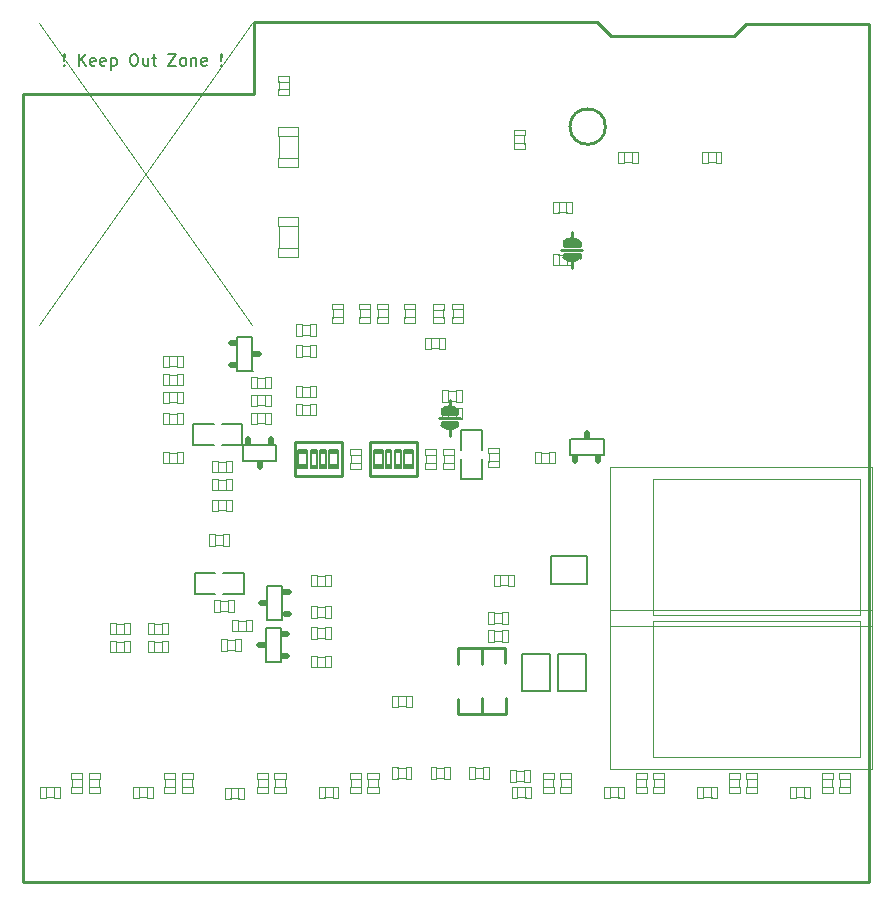
<source format=gbr>
%TF.GenerationSoftware,KiCad,Pcbnew,(6.0.8)*%
%TF.CreationDate,2023-02-19T19:21:06+03:00*%
%TF.ProjectId,ESP32-GATEWAY_Rev_G,45535033-322d-4474-9154-455741595f52,0*%
%TF.SameCoordinates,PX4260300PY8558f68*%
%TF.FileFunction,OtherDrawing,Comment*%
%FSLAX46Y46*%
G04 Gerber Fmt 4.6, Leading zero omitted, Abs format (unit mm)*
G04 Created by KiCad (PCBNEW (6.0.8)) date 2023-02-19 19:21:06*
%MOMM*%
%LPD*%
G01*
G04 APERTURE LIST*
%TA.AperFunction,Profile*%
%ADD10C,0.254000*%
%TD*%
%ADD11C,0.150000*%
%ADD12C,0.066040*%
%ADD13C,0.101600*%
%ADD14C,0.127000*%
%ADD15C,0.254000*%
%ADD16C,0.120000*%
%ADD17C,0.480000*%
%ADD18C,0.100000*%
G04 APERTURE END LIST*
D10*
X48650000Y72773492D02*
X49770000Y71659000D01*
X48650000Y72773492D02*
X19554000Y72769000D01*
X-4000Y66673000D02*
X0Y0D01*
X61200000Y72675000D02*
X71675000Y72675000D01*
X19554000Y66673000D02*
X19554000Y72769000D01*
X60184000Y71659000D02*
X61200000Y72675000D01*
X49770000Y71659000D02*
X60184000Y71659000D01*
X71675000Y72675000D02*
X71675000Y0D01*
X-4000Y66673000D02*
X19554000Y66673000D01*
X0Y0D02*
X71675000Y0D01*
D11*
X3507142Y69194858D02*
X3554761Y69147239D01*
X3507142Y69099620D01*
X3459523Y69147239D01*
X3507142Y69194858D01*
X3507142Y69099620D01*
X3507142Y69480572D02*
X3459523Y70052000D01*
X3507142Y70099620D01*
X3554761Y70052000D01*
X3507142Y69480572D01*
X3507142Y70099620D01*
X4745238Y69099620D02*
X4745238Y70099620D01*
X5316666Y69099620D02*
X4888095Y69671048D01*
X5316666Y70099620D02*
X4745238Y69528191D01*
X6126190Y69147239D02*
X6030952Y69099620D01*
X5840476Y69099620D01*
X5745238Y69147239D01*
X5697619Y69242477D01*
X5697619Y69623429D01*
X5745238Y69718667D01*
X5840476Y69766286D01*
X6030952Y69766286D01*
X6126190Y69718667D01*
X6173809Y69623429D01*
X6173809Y69528191D01*
X5697619Y69432953D01*
X6983333Y69147239D02*
X6888095Y69099620D01*
X6697619Y69099620D01*
X6602380Y69147239D01*
X6554761Y69242477D01*
X6554761Y69623429D01*
X6602380Y69718667D01*
X6697619Y69766286D01*
X6888095Y69766286D01*
X6983333Y69718667D01*
X7030952Y69623429D01*
X7030952Y69528191D01*
X6554761Y69432953D01*
X7459523Y69766286D02*
X7459523Y68766286D01*
X7459523Y69718667D02*
X7554761Y69766286D01*
X7745238Y69766286D01*
X7840476Y69718667D01*
X7888095Y69671048D01*
X7935714Y69575810D01*
X7935714Y69290096D01*
X7888095Y69194858D01*
X7840476Y69147239D01*
X7745238Y69099620D01*
X7554761Y69099620D01*
X7459523Y69147239D01*
X9316666Y70099620D02*
X9507142Y70099620D01*
X9602380Y70052000D01*
X9697619Y69956762D01*
X9745238Y69766286D01*
X9745238Y69432953D01*
X9697619Y69242477D01*
X9602380Y69147239D01*
X9507142Y69099620D01*
X9316666Y69099620D01*
X9221428Y69147239D01*
X9126190Y69242477D01*
X9078571Y69432953D01*
X9078571Y69766286D01*
X9126190Y69956762D01*
X9221428Y70052000D01*
X9316666Y70099620D01*
X10602380Y69766286D02*
X10602380Y69099620D01*
X10173809Y69766286D02*
X10173809Y69242477D01*
X10221428Y69147239D01*
X10316666Y69099620D01*
X10459523Y69099620D01*
X10554761Y69147239D01*
X10602380Y69194858D01*
X10935714Y69766286D02*
X11316666Y69766286D01*
X11078571Y70099620D02*
X11078571Y69242477D01*
X11126190Y69147239D01*
X11221428Y69099620D01*
X11316666Y69099620D01*
X12316666Y70099620D02*
X12983333Y70099620D01*
X12316666Y69099620D01*
X12983333Y69099620D01*
X13507142Y69099620D02*
X13411904Y69147239D01*
X13364285Y69194858D01*
X13316666Y69290096D01*
X13316666Y69575810D01*
X13364285Y69671048D01*
X13411904Y69718667D01*
X13507142Y69766286D01*
X13650000Y69766286D01*
X13745238Y69718667D01*
X13792857Y69671048D01*
X13840476Y69575810D01*
X13840476Y69290096D01*
X13792857Y69194858D01*
X13745238Y69147239D01*
X13650000Y69099620D01*
X13507142Y69099620D01*
X14269047Y69766286D02*
X14269047Y69099620D01*
X14269047Y69671048D02*
X14316666Y69718667D01*
X14411904Y69766286D01*
X14554761Y69766286D01*
X14650000Y69718667D01*
X14697619Y69623429D01*
X14697619Y69099620D01*
X15554761Y69147239D02*
X15459523Y69099620D01*
X15269047Y69099620D01*
X15173809Y69147239D01*
X15126190Y69242477D01*
X15126190Y69623429D01*
X15173809Y69718667D01*
X15269047Y69766286D01*
X15459523Y69766286D01*
X15554761Y69718667D01*
X15602380Y69623429D01*
X15602380Y69528191D01*
X15126190Y69432953D01*
X16792857Y69194858D02*
X16840476Y69147239D01*
X16792857Y69099620D01*
X16745238Y69147239D01*
X16792857Y69194858D01*
X16792857Y69099620D01*
X16792857Y69480572D02*
X16745238Y70052000D01*
X16792857Y70099620D01*
X16840476Y70052000D01*
X16792857Y69480572D01*
X16792857Y70099620D01*
D12*
X36533900Y35474180D02*
X35583940Y35474180D01*
X35583940Y36142200D02*
X35583940Y36640040D01*
X35583940Y34973800D02*
X35583940Y35474180D01*
X36533900Y36142200D02*
X35583940Y36142200D01*
D13*
X35632200Y35456400D02*
X35632200Y36167600D01*
X36480560Y35456400D02*
X36480560Y36167600D01*
D12*
X36533900Y36142200D02*
X36533900Y36640040D01*
X36533900Y36640040D02*
X35583940Y36640040D01*
X36533900Y34973800D02*
X35583940Y34973800D01*
X36533900Y34973800D02*
X36533900Y35474180D01*
X35009900Y35474180D02*
X34059940Y35474180D01*
D13*
X34108200Y35456400D02*
X34108200Y36167600D01*
D12*
X35009900Y36640040D02*
X34059940Y36640040D01*
X35009900Y36142200D02*
X35009900Y36640040D01*
X35009900Y34973800D02*
X34059940Y34973800D01*
X35009900Y34973800D02*
X35009900Y35474180D01*
X34059940Y34973800D02*
X34059940Y35474180D01*
X35009900Y36142200D02*
X34059940Y36142200D01*
X34059940Y36142200D02*
X34059940Y36640040D01*
D13*
X34956560Y35456400D02*
X34956560Y36167600D01*
D12*
X36356100Y48969200D02*
X36356100Y48468820D01*
X36356100Y48969200D02*
X37306060Y48969200D01*
X36356100Y47800800D02*
X37306060Y47800800D01*
D13*
X36409440Y48486600D02*
X36409440Y47775400D01*
X37257800Y48486600D02*
X37257800Y47775400D01*
D12*
X36356100Y47800800D02*
X36356100Y47302960D01*
X37306060Y48969200D02*
X37306060Y48468820D01*
X36356100Y48468820D02*
X37306060Y48468820D01*
X37306060Y47800800D02*
X37306060Y47302960D01*
X36356100Y47302960D02*
X37306060Y47302960D01*
X39404100Y35608800D02*
X39404100Y35110960D01*
X40354060Y35608800D02*
X40354060Y35110960D01*
D13*
X39457440Y36294600D02*
X39457440Y35583400D01*
D12*
X39404100Y36276820D02*
X40354060Y36276820D01*
X40354060Y36777200D02*
X40354060Y36276820D01*
X39404100Y35608800D02*
X40354060Y35608800D01*
X39404100Y36777200D02*
X40354060Y36777200D01*
X39404100Y36777200D02*
X39404100Y36276820D01*
X39404100Y35110960D02*
X40354060Y35110960D01*
D13*
X40305800Y36294600D02*
X40305800Y35583400D01*
D12*
X27720100Y35481800D02*
X28670060Y35481800D01*
X27720100Y36650200D02*
X28670060Y36650200D01*
X27720100Y36650200D02*
X27720100Y36149820D01*
D13*
X28621800Y36167600D02*
X28621800Y35456400D01*
D12*
X28670060Y35481800D02*
X28670060Y34983960D01*
X27720100Y36149820D02*
X28670060Y36149820D01*
X28670060Y36650200D02*
X28670060Y36149820D01*
X27720100Y34983960D02*
X28670060Y34983960D01*
D13*
X27773440Y36167600D02*
X27773440Y35456400D01*
D12*
X27720100Y35481800D02*
X27720100Y34983960D01*
X35251200Y45121100D02*
X35749040Y45121100D01*
X35749040Y45121100D02*
X35749040Y46071060D01*
X34082800Y45121100D02*
X34583180Y45121100D01*
X34082800Y46071060D02*
X34583180Y46071060D01*
D13*
X34565400Y46022800D02*
X35276600Y46022800D01*
X34565400Y45174440D02*
X35276600Y45174440D01*
D12*
X35251200Y46071060D02*
X35749040Y46071060D01*
X34082800Y45121100D02*
X34082800Y46071060D01*
X35251200Y45121100D02*
X35251200Y46071060D01*
X34583180Y45121100D02*
X34583180Y46071060D01*
D13*
X24354600Y45372560D02*
X23643400Y45372560D01*
D12*
X24336820Y45425900D02*
X24336820Y44475940D01*
X24837200Y45425900D02*
X24837200Y44475940D01*
X24837200Y45425900D02*
X24336820Y45425900D01*
X23668800Y45425900D02*
X23668800Y44475940D01*
D13*
X24354600Y44524200D02*
X23643400Y44524200D01*
D12*
X23170960Y45425900D02*
X23170960Y44475940D01*
X23668800Y45425900D02*
X23170960Y45425900D01*
X23668800Y44475940D02*
X23170960Y44475940D01*
X24837200Y44475940D02*
X24336820Y44475940D01*
X23668800Y39522940D02*
X23170960Y39522940D01*
X24837200Y39522940D02*
X24336820Y39522940D01*
X23668800Y40472900D02*
X23668800Y39522940D01*
X24837200Y40472900D02*
X24336820Y40472900D01*
X24837200Y40472900D02*
X24837200Y39522940D01*
D13*
X24354600Y39571200D02*
X23643400Y39571200D01*
D12*
X23668800Y40472900D02*
X23170960Y40472900D01*
X23170960Y40472900D02*
X23170960Y39522940D01*
X24336820Y40472900D02*
X24336820Y39522940D01*
D13*
X24354600Y40419560D02*
X23643400Y40419560D01*
X24354600Y41095200D02*
X23643400Y41095200D01*
D12*
X23668800Y41046940D02*
X23170960Y41046940D01*
X24837200Y41996900D02*
X24336820Y41996900D01*
X23668800Y41996900D02*
X23668800Y41046940D01*
D13*
X24354600Y41943560D02*
X23643400Y41943560D01*
D12*
X24837200Y41046940D02*
X24336820Y41046940D01*
X23668800Y41996900D02*
X23170960Y41996900D01*
X23170960Y41996900D02*
X23170960Y41046940D01*
X24837200Y41996900D02*
X24837200Y41046940D01*
X24336820Y41996900D02*
X24336820Y41046940D01*
D13*
X36673600Y40714200D02*
X35962400Y40714200D01*
D12*
X37156200Y41615900D02*
X37156200Y40665940D01*
X35489960Y41615900D02*
X35489960Y40665940D01*
X37156200Y41615900D02*
X36655820Y41615900D01*
X37156200Y40665940D02*
X36655820Y40665940D01*
D13*
X36673600Y41562560D02*
X35962400Y41562560D01*
D12*
X35987800Y41615900D02*
X35489960Y41615900D01*
X35987800Y40665940D02*
X35489960Y40665940D01*
X36655820Y41615900D02*
X36655820Y40665940D01*
X35987800Y41615900D02*
X35987800Y40665940D01*
D14*
X37080000Y38275800D02*
X37080000Y36548600D01*
X38858000Y34110200D02*
X38858000Y35837400D01*
X37080000Y38275800D02*
X38858000Y38275800D01*
X38858000Y36548600D02*
X38858000Y38275800D01*
X37080000Y34110200D02*
X38858000Y34110200D01*
X37080000Y35837400D02*
X37080000Y34110200D01*
X16988600Y24382000D02*
X18715800Y24382000D01*
X14550200Y24382000D02*
X14550200Y26160000D01*
X18715800Y26160000D02*
X16988600Y26160000D01*
X18715800Y24382000D02*
X18715800Y26160000D01*
X14550200Y24382000D02*
X16277400Y24382000D01*
X16277400Y26160000D02*
X14550200Y26160000D01*
D13*
X12340400Y44498800D02*
X13051600Y44498800D01*
D12*
X12358180Y43597100D02*
X12358180Y44547060D01*
X13026200Y43597100D02*
X13524040Y43597100D01*
X13026200Y44547060D02*
X13524040Y44547060D01*
X13524040Y43597100D02*
X13524040Y44547060D01*
X13026200Y43597100D02*
X13026200Y44547060D01*
X11857800Y43597100D02*
X12358180Y43597100D01*
D13*
X12340400Y43650440D02*
X13051600Y43650440D01*
D12*
X11857800Y44547060D02*
X12358180Y44547060D01*
X11857800Y43597100D02*
X11857800Y44547060D01*
D13*
X21662200Y67079400D02*
X21662200Y67790600D01*
X22510560Y67079400D02*
X22510560Y67790600D01*
D12*
X21613940Y66596800D02*
X21613940Y67097180D01*
X22563900Y68263040D02*
X21613940Y68263040D01*
X21613940Y67765200D02*
X21613940Y68263040D01*
X22563900Y67097180D02*
X21613940Y67097180D01*
X22563900Y66596800D02*
X21613940Y66596800D01*
X22563900Y66596800D02*
X22563900Y67097180D01*
X22563900Y67765200D02*
X22563900Y68263040D01*
X22563900Y67765200D02*
X21613940Y67765200D01*
X41563100Y63701200D02*
X42513060Y63701200D01*
X41563100Y63701200D02*
X41563100Y63200820D01*
X41563100Y62532800D02*
X42513060Y62532800D01*
X41563100Y62532800D02*
X41563100Y62034960D01*
X41563100Y62034960D02*
X42513060Y62034960D01*
D13*
X42464800Y63218600D02*
X42464800Y62507400D01*
D12*
X42513060Y63701200D02*
X42513060Y63200820D01*
D13*
X41616440Y63218600D02*
X41616440Y62507400D01*
D12*
X41563100Y63200820D02*
X42513060Y63200820D01*
X42513060Y62532800D02*
X42513060Y62034960D01*
X28482100Y47302960D02*
X29432060Y47302960D01*
X28482100Y47800800D02*
X28482100Y47302960D01*
X29432060Y47800800D02*
X29432060Y47302960D01*
X28482100Y47800800D02*
X29432060Y47800800D01*
D13*
X28535440Y48486600D02*
X28535440Y47775400D01*
D12*
X28482100Y48468820D02*
X29432060Y48468820D01*
X28482100Y48969200D02*
X29432060Y48969200D01*
D13*
X29383800Y48486600D02*
X29383800Y47775400D01*
D12*
X29432060Y48969200D02*
X29432060Y48468820D01*
X28482100Y48969200D02*
X28482100Y48468820D01*
X27146060Y47800800D02*
X27146060Y47302960D01*
X26196100Y48468820D02*
X27146060Y48468820D01*
D13*
X26249440Y48486600D02*
X26249440Y47775400D01*
D12*
X26196100Y48969200D02*
X27146060Y48969200D01*
X26196100Y47800800D02*
X26196100Y47302960D01*
X26196100Y47302960D02*
X27146060Y47302960D01*
D13*
X27097800Y48486600D02*
X27097800Y47775400D01*
D12*
X26196100Y47800800D02*
X27146060Y47800800D01*
X26196100Y48969200D02*
X26196100Y48468820D01*
X27146060Y48969200D02*
X27146060Y48468820D01*
X32292100Y48969200D02*
X32292100Y48468820D01*
X33242060Y47800800D02*
X33242060Y47302960D01*
D13*
X33193800Y48486600D02*
X33193800Y47775400D01*
D12*
X32292100Y47800800D02*
X32292100Y47302960D01*
X33242060Y48969200D02*
X33242060Y48468820D01*
D13*
X32345440Y48486600D02*
X32345440Y47775400D01*
D12*
X32292100Y47800800D02*
X33242060Y47800800D01*
X32292100Y48969200D02*
X33242060Y48969200D01*
X32292100Y48468820D02*
X33242060Y48468820D01*
X32292100Y47302960D02*
X33242060Y47302960D01*
X30006100Y47800800D02*
X30956060Y47800800D01*
D13*
X30907800Y48486600D02*
X30907800Y47775400D01*
X30059440Y48486600D02*
X30059440Y47775400D01*
D12*
X30006100Y47302960D02*
X30956060Y47302960D01*
X30006100Y48969200D02*
X30956060Y48969200D01*
X30006100Y47800800D02*
X30006100Y47302960D01*
X30006100Y48969200D02*
X30006100Y48468820D01*
X30956060Y47800800D02*
X30956060Y47302960D01*
X30956060Y48969200D02*
X30956060Y48468820D01*
X30006100Y48468820D02*
X30956060Y48468820D01*
X31288800Y14831600D02*
X31789180Y14831600D01*
D13*
X31771400Y15733300D02*
X32482600Y15733300D01*
X31771400Y14884940D02*
X32482600Y14884940D01*
D12*
X31789180Y14831600D02*
X31789180Y15781560D01*
X32457200Y14831600D02*
X32457200Y15781560D01*
X32955040Y14831600D02*
X32955040Y15781560D01*
X31288800Y15781560D02*
X31789180Y15781560D01*
X32457200Y15781560D02*
X32955040Y15781560D01*
X31288800Y14831600D02*
X31288800Y15781560D01*
X32457200Y14831600D02*
X32955040Y14831600D01*
D13*
X35962400Y40056800D02*
X36673600Y40056800D01*
D12*
X36648200Y40105060D02*
X37146040Y40105060D01*
X35980180Y39155100D02*
X35980180Y40105060D01*
X35479800Y39155100D02*
X35980180Y39155100D01*
D13*
X35962400Y39208440D02*
X36673600Y39208440D01*
D12*
X35479800Y39155100D02*
X35479800Y40105060D01*
X37146040Y39155100D02*
X37146040Y40105060D01*
X35479800Y40105060D02*
X35980180Y40105060D01*
X36648200Y39155100D02*
X37146040Y39155100D01*
X36648200Y39155100D02*
X36648200Y40105060D01*
X23668800Y46253940D02*
X23170960Y46253940D01*
X23668800Y47203900D02*
X23170960Y47203900D01*
X24837200Y47203900D02*
X24837200Y46253940D01*
X23170960Y47203900D02*
X23170960Y46253940D01*
D13*
X24354600Y46302200D02*
X23643400Y46302200D01*
D12*
X24837200Y47203900D02*
X24336820Y47203900D01*
D13*
X24354600Y47150560D02*
X23643400Y47150560D01*
D12*
X24837200Y46253940D02*
X24336820Y46253940D01*
X23668800Y47203900D02*
X23668800Y46253940D01*
X24336820Y47203900D02*
X24336820Y46253940D01*
X40585200Y21306060D02*
X41083040Y21306060D01*
D13*
X39899400Y21257800D02*
X40610600Y21257800D01*
D12*
X41083040Y20356100D02*
X41083040Y21306060D01*
X40585200Y20356100D02*
X41083040Y20356100D01*
X39416800Y20356100D02*
X39917180Y20356100D01*
X39416800Y21306060D02*
X39917180Y21306060D01*
D13*
X39899400Y20409440D02*
X40610600Y20409440D01*
D12*
X39917180Y20356100D02*
X39917180Y21306060D01*
X40585200Y20356100D02*
X40585200Y21306060D01*
X39416800Y20356100D02*
X39416800Y21306060D01*
X26107200Y23327900D02*
X26107200Y22377940D01*
X24440960Y23327900D02*
X24440960Y22377940D01*
X24938800Y23327900D02*
X24440960Y23327900D01*
X24938800Y23327900D02*
X24938800Y22377940D01*
D13*
X25624600Y23274560D02*
X24913400Y23274560D01*
D12*
X26107200Y22377940D02*
X25606820Y22377940D01*
D13*
X25624600Y22426200D02*
X24913400Y22426200D01*
D12*
X25606820Y23327900D02*
X25606820Y22377940D01*
X24938800Y22377940D02*
X24440960Y22377940D01*
X26107200Y23327900D02*
X25606820Y23327900D01*
D11*
X23399560Y35156680D02*
X24006620Y35159220D01*
D15*
X23008400Y37285200D02*
X23008400Y34338800D01*
D11*
X25637300Y36594320D02*
X25637300Y35044920D01*
X24075200Y36434300D02*
X23376700Y36434300D01*
X25200420Y36457160D02*
X25566180Y36457160D01*
X23371620Y36330160D02*
X23986300Y36325080D01*
D15*
X23008400Y34338800D02*
X26958100Y34338800D01*
D11*
X26008140Y36452080D02*
X26589800Y36452080D01*
X26678700Y35055080D02*
X25916700Y35050000D01*
X25637300Y35044920D02*
X25169940Y35044920D01*
X24413020Y36444460D02*
X24801640Y36441920D01*
X25169940Y36591780D02*
X25639840Y36591780D01*
X25967500Y35278600D02*
X26622820Y35278600D01*
X26653300Y35164300D02*
X26023380Y35156680D01*
X24893080Y36589240D02*
X24890540Y35029680D01*
X23330980Y36574000D02*
X23330980Y35022060D01*
X25921780Y36589240D02*
X26683780Y36589240D01*
X24890540Y35029680D02*
X24392700Y35029680D01*
X25190260Y35151600D02*
X25568720Y35149060D01*
X24085360Y36574000D02*
X24085360Y35022060D01*
X23336060Y36568920D02*
X24082820Y36568920D01*
D15*
X27021600Y37285200D02*
X27021600Y34351500D01*
X23008400Y37285200D02*
X27021600Y37285200D01*
D11*
X26671080Y36589240D02*
X26678700Y35070320D01*
X24392700Y35029680D02*
X24392700Y36589240D01*
X25972580Y36309840D02*
X26615200Y36309840D01*
X24433340Y36330160D02*
X24829580Y36330160D01*
X24387620Y36584160D02*
X24893080Y36584160D01*
X25169940Y35044920D02*
X25169940Y36589240D01*
X24085360Y35022060D02*
X23376700Y35022060D01*
X25180100Y35260820D02*
X25599200Y35260820D01*
X25916700Y35050000D02*
X25911620Y36579080D01*
X24425720Y35250660D02*
X24834660Y35250660D01*
X24034560Y35304000D02*
X23397020Y35304000D01*
X24433340Y35166840D02*
X24776240Y35166840D01*
X25177560Y36314920D02*
X25609360Y36314920D01*
X31179580Y35166840D02*
X30813820Y35166840D01*
X31946660Y36457160D02*
X31603760Y36457160D01*
X31489460Y36594320D02*
X31987300Y36594320D01*
X31189740Y36472400D02*
X30811280Y36474940D01*
X30371860Y35171920D02*
X29790200Y35171920D01*
D15*
X33371600Y34338800D02*
X29358400Y34338800D01*
D11*
X32345440Y36320000D02*
X32982980Y36320000D01*
X30742700Y36579080D02*
X31210060Y36579080D01*
X29701300Y36568920D02*
X30463300Y36574000D01*
X31210060Y35032220D02*
X30740160Y35032220D01*
X33043940Y35055080D02*
X32297180Y35055080D01*
X31992380Y35039840D02*
X31486920Y35039840D01*
X31946660Y35293840D02*
X31550420Y35293840D01*
D15*
X33371600Y37285200D02*
X29421900Y37285200D01*
D11*
X31966980Y35179540D02*
X31578360Y35182080D01*
X31954280Y36373340D02*
X31545340Y36373340D01*
X31210060Y36579080D02*
X31210060Y35034760D01*
X31199900Y36363180D02*
X30780800Y36363180D01*
X30463300Y36574000D02*
X30468380Y35044920D01*
X29708920Y35034760D02*
X29701300Y36553680D01*
D15*
X29358400Y34338800D02*
X29358400Y37272500D01*
D11*
X29726700Y36459700D02*
X30356620Y36467320D01*
X32304800Y35189700D02*
X33003300Y35189700D01*
X31987300Y36594320D02*
X31987300Y35034760D01*
X31486920Y35034760D02*
X31489460Y36594320D01*
X31202440Y35309080D02*
X30770640Y35309080D01*
X32294640Y35050000D02*
X32294640Y36601940D01*
X33008380Y35293840D02*
X32393700Y35298920D01*
D15*
X33371600Y34338800D02*
X33371600Y37285200D01*
D11*
X33049020Y35050000D02*
X33049020Y36601940D01*
X30458220Y35034760D02*
X29696220Y35034760D01*
X30407420Y35314160D02*
X29764800Y35314160D01*
X30412500Y36345400D02*
X29757180Y36345400D01*
X30742700Y35029680D02*
X30742700Y36579080D01*
X32294640Y36601940D02*
X33003300Y36601940D01*
X32980440Y36467320D02*
X32373380Y36464780D01*
D16*
X1410000Y72692000D02*
X19410000Y47192000D01*
X19410000Y72692000D02*
X1410000Y47192000D01*
D13*
X16988600Y28522200D02*
X16277400Y28522200D01*
D12*
X16970820Y29423900D02*
X16970820Y28473940D01*
X16302800Y29423900D02*
X15804960Y29423900D01*
X17471200Y29423900D02*
X16970820Y29423900D01*
X17471200Y29423900D02*
X17471200Y28473940D01*
X15804960Y29423900D02*
X15804960Y28473940D01*
X16302800Y29423900D02*
X16302800Y28473940D01*
X16302800Y28473940D02*
X15804960Y28473940D01*
X17471200Y28473940D02*
X16970820Y28473940D01*
D13*
X16988600Y29370560D02*
X16277400Y29370560D01*
D12*
X21626640Y53658040D02*
X21626640Y52906200D01*
D13*
X23259860Y55570660D02*
X23259860Y53645340D01*
D12*
X21626640Y53658040D02*
X23325900Y53658040D01*
X23325900Y53658040D02*
X23325900Y52906200D01*
D13*
X21690140Y55570660D02*
X21690140Y53645340D01*
D12*
X21624100Y55557960D02*
X23323360Y55557960D01*
X21624100Y56309800D02*
X23323360Y56309800D01*
X21624100Y56309800D02*
X21624100Y55557960D01*
X23323360Y56309800D02*
X23323360Y55557960D01*
X21626640Y52906200D02*
X23325900Y52906200D01*
X23323360Y63177960D02*
X21624100Y63177960D01*
X23325900Y60526200D02*
X23325900Y61278040D01*
D13*
X23259860Y61265340D02*
X23259860Y63190660D01*
D12*
X23323360Y63929800D02*
X21624100Y63929800D01*
X23325900Y60526200D02*
X21626640Y60526200D01*
D13*
X21690140Y61265340D02*
X21690140Y63190660D01*
D12*
X23325900Y61278040D02*
X21626640Y61278040D01*
X23323360Y63177960D02*
X23323360Y63929800D01*
X21624100Y63177960D02*
X21624100Y63929800D01*
X21626640Y60526200D02*
X21626640Y61278040D01*
X46537700Y52196940D02*
X46037320Y52196940D01*
X44871460Y53146900D02*
X44871460Y52196940D01*
X46537700Y53146900D02*
X46037320Y53146900D01*
X46037320Y53146900D02*
X46037320Y52196940D01*
X45369300Y53146900D02*
X44871460Y53146900D01*
D13*
X46055100Y52245200D02*
X45343900Y52245200D01*
D12*
X45369300Y52196940D02*
X44871460Y52196940D01*
X45369300Y53146900D02*
X45369300Y52196940D01*
D13*
X46055100Y53093560D02*
X45343900Y53093560D01*
D12*
X46537700Y53146900D02*
X46537700Y52196940D01*
X25606820Y25994900D02*
X25606820Y25044940D01*
D13*
X25624600Y25093200D02*
X24913400Y25093200D01*
X25624600Y25941560D02*
X24913400Y25941560D01*
D12*
X26107200Y25044940D02*
X25606820Y25044940D01*
X26107200Y25994900D02*
X25606820Y25994900D01*
X26107200Y25994900D02*
X26107200Y25044940D01*
X24938800Y25994900D02*
X24440960Y25994900D01*
X24938800Y25044940D02*
X24440960Y25044940D01*
X24938800Y25994900D02*
X24938800Y25044940D01*
X24440960Y25994900D02*
X24440960Y25044940D01*
X41093200Y25055100D02*
X41093200Y26005060D01*
X41093200Y26005060D02*
X41591040Y26005060D01*
X39924800Y26005060D02*
X40425180Y26005060D01*
D13*
X40407400Y25108440D02*
X41118600Y25108440D01*
D12*
X40425180Y25055100D02*
X40425180Y26005060D01*
X41591040Y25055100D02*
X41591040Y26005060D01*
X39924800Y25055100D02*
X39924800Y26005060D01*
X39924800Y25055100D02*
X40425180Y25055100D01*
X41093200Y25055100D02*
X41591040Y25055100D01*
D13*
X40407400Y25956800D02*
X41118600Y25956800D01*
D12*
X26107200Y19136900D02*
X26107200Y18186940D01*
X26107200Y19136900D02*
X25606820Y19136900D01*
X24938800Y18186940D02*
X24440960Y18186940D01*
X26107200Y18186940D02*
X25606820Y18186940D01*
X25606820Y19136900D02*
X25606820Y18186940D01*
D13*
X25624600Y19083560D02*
X24913400Y19083560D01*
D12*
X24938800Y19136900D02*
X24440960Y19136900D01*
X24440960Y19136900D02*
X24440960Y18186940D01*
D13*
X25624600Y18235200D02*
X24913400Y18235200D01*
D12*
X24938800Y19136900D02*
X24938800Y18186940D01*
X39917180Y21880100D02*
X39917180Y22830060D01*
X40585200Y21880100D02*
X41083040Y21880100D01*
X39416800Y21880100D02*
X39416800Y22830060D01*
X40585200Y22830060D02*
X41083040Y22830060D01*
X39416800Y21880100D02*
X39917180Y21880100D01*
D13*
X39899400Y21933440D02*
X40610600Y21933440D01*
X39899400Y22781800D02*
X40610600Y22781800D01*
D12*
X41083040Y21880100D02*
X41083040Y22830060D01*
X40585200Y21880100D02*
X40585200Y22830060D01*
X39416800Y22830060D02*
X39917180Y22830060D01*
D17*
X46790420Y35629120D02*
X46790420Y35999960D01*
D11*
X49157700Y36175220D02*
X46338300Y36175220D01*
D17*
X47745460Y37638260D02*
X47745460Y38009100D01*
D11*
X47742920Y37478240D02*
X49165320Y37478240D01*
X49172940Y37483320D02*
X49172940Y36185380D01*
X47740380Y37478240D02*
X46391640Y37480780D01*
D17*
X48703040Y35636740D02*
X48703040Y36007580D01*
D11*
X46333220Y36175220D02*
X46333220Y37478240D01*
X21984780Y22205220D02*
X20681760Y22205220D01*
D17*
X20521740Y23617460D02*
X20150900Y23617460D01*
D11*
X20681760Y23612380D02*
X20679220Y22263640D01*
X20676680Y25044940D02*
X21974620Y25044940D01*
D17*
X22530880Y22662420D02*
X22160040Y22662420D01*
D11*
X20681760Y23614920D02*
X20681760Y25037320D01*
X21984780Y25029700D02*
X21984780Y22210300D01*
D17*
X22523260Y24575040D02*
X22152420Y24575040D01*
D13*
X44547600Y36355560D02*
X43836400Y36355560D01*
D12*
X43861800Y36408900D02*
X43363960Y36408900D01*
X45030200Y36408900D02*
X44529820Y36408900D01*
X44529820Y36408900D02*
X44529820Y35458940D01*
X43861800Y35458940D02*
X43363960Y35458940D01*
X43363960Y36408900D02*
X43363960Y35458940D01*
X45030200Y35458940D02*
X44529820Y35458940D01*
X43861800Y36408900D02*
X43861800Y35458940D01*
X45030200Y36408900D02*
X45030200Y35458940D01*
D13*
X44547600Y35507200D02*
X43836400Y35507200D01*
X25624600Y20648200D02*
X24913400Y20648200D01*
D12*
X24938800Y20599940D02*
X24440960Y20599940D01*
X24938800Y21549900D02*
X24440960Y21549900D01*
X26107200Y21549900D02*
X26107200Y20599940D01*
D13*
X25624600Y21496560D02*
X24913400Y21496560D01*
D12*
X24938800Y21549900D02*
X24938800Y20599940D01*
X26107200Y21549900D02*
X25606820Y21549900D01*
X26107200Y20599940D02*
X25606820Y20599940D01*
X24440960Y21549900D02*
X24440960Y20599940D01*
X25606820Y21549900D02*
X25606820Y20599940D01*
X13534200Y43012900D02*
X13033820Y43012900D01*
X12365800Y43012900D02*
X12365800Y42062940D01*
X13033820Y43012900D02*
X13033820Y42062940D01*
X11867960Y43012900D02*
X11867960Y42062940D01*
D13*
X13051600Y42111200D02*
X12340400Y42111200D01*
D12*
X13534200Y43012900D02*
X13534200Y42062940D01*
X12365800Y43012900D02*
X11867960Y43012900D01*
X13534200Y42062940D02*
X13033820Y42062940D01*
D13*
X13051600Y42959560D02*
X12340400Y42959560D01*
D12*
X12365800Y42062940D02*
X11867960Y42062940D01*
X11857800Y40549100D02*
X12358180Y40549100D01*
X12358180Y40549100D02*
X12358180Y41499060D01*
X11857800Y41499060D02*
X12358180Y41499060D01*
X11857800Y40549100D02*
X11857800Y41499060D01*
X13524040Y40549100D02*
X13524040Y41499060D01*
D13*
X12340400Y41450800D02*
X13051600Y41450800D01*
D12*
X13026200Y40549100D02*
X13026200Y41499060D01*
D13*
X12340400Y40602440D02*
X13051600Y40602440D01*
D12*
X13026200Y40549100D02*
X13524040Y40549100D01*
X13026200Y41499060D02*
X13524040Y41499060D01*
D13*
X45343900Y57553800D02*
X46055100Y57553800D01*
X45343900Y56705440D02*
X46055100Y56705440D01*
D12*
X45361680Y56652100D02*
X45361680Y57602060D01*
X46029700Y56652100D02*
X46029700Y57602060D01*
X44861300Y56652100D02*
X44861300Y57602060D01*
X46029700Y56652100D02*
X46527540Y56652100D01*
X44861300Y57602060D02*
X45361680Y57602060D01*
X46527540Y56652100D02*
X46527540Y57602060D01*
X46029700Y57602060D02*
X46527540Y57602060D01*
X44861300Y56652100D02*
X45361680Y56652100D01*
D13*
X11781600Y19505200D02*
X11070400Y19505200D01*
X11781600Y20353560D02*
X11070400Y20353560D01*
D12*
X12264200Y19456940D02*
X11763820Y19456940D01*
X11095800Y20406900D02*
X10597960Y20406900D01*
X11763820Y20406900D02*
X11763820Y19456940D01*
X11095800Y20406900D02*
X11095800Y19456940D01*
X11095800Y19456940D02*
X10597960Y19456940D01*
X12264200Y20406900D02*
X11763820Y20406900D01*
X12264200Y20406900D02*
X12264200Y19456940D01*
X10597960Y20406900D02*
X10597960Y19456940D01*
X17725200Y35646900D02*
X17224820Y35646900D01*
D13*
X17242600Y35593560D02*
X16531400Y35593560D01*
D12*
X16058960Y35646900D02*
X16058960Y34696940D01*
D13*
X17242600Y34745200D02*
X16531400Y34745200D01*
D12*
X17224820Y35646900D02*
X17224820Y34696940D01*
X17725200Y35646900D02*
X17725200Y34696940D01*
X16556800Y34696940D02*
X16058960Y34696940D01*
X16556800Y35646900D02*
X16556800Y34696940D01*
X17725200Y34696940D02*
X17224820Y34696940D01*
X16556800Y35646900D02*
X16058960Y35646900D01*
D11*
X21476780Y36972780D02*
X21476780Y35669760D01*
X20069620Y35669760D02*
X21418360Y35667220D01*
X20067080Y35669760D02*
X18644680Y35669760D01*
D17*
X21019580Y37518880D02*
X21019580Y37148040D01*
D11*
X18652300Y36972780D02*
X21471700Y36972780D01*
X18637060Y35664680D02*
X18637060Y36962620D01*
D17*
X20064540Y35509740D02*
X20064540Y35138900D01*
X19106960Y37511260D02*
X19106960Y37140420D01*
D12*
X20526820Y42758900D02*
X20526820Y41808940D01*
D13*
X20544600Y41857200D02*
X19833400Y41857200D01*
D12*
X21027200Y41808940D02*
X20526820Y41808940D01*
X19858800Y42758900D02*
X19858800Y41808940D01*
X19858800Y42758900D02*
X19360960Y42758900D01*
X19360960Y42758900D02*
X19360960Y41808940D01*
X19858800Y41808940D02*
X19360960Y41808940D01*
D13*
X20544600Y42705560D02*
X19833400Y42705560D01*
D12*
X21027200Y42758900D02*
X21027200Y41808940D01*
X21027200Y42758900D02*
X20526820Y42758900D01*
D14*
X14423200Y36955000D02*
X16150400Y36955000D01*
X18588800Y38733000D02*
X18588800Y36955000D01*
X18588800Y38733000D02*
X16861600Y38733000D01*
X16150400Y38733000D02*
X14423200Y38733000D01*
X14423200Y38733000D02*
X14423200Y36955000D01*
X16861600Y36955000D02*
X18588800Y36955000D01*
D12*
X20519199Y39721060D02*
X21017039Y39721060D01*
X19851179Y38771100D02*
X19851179Y39721060D01*
X20519199Y38771100D02*
X20519199Y39721060D01*
X19350799Y39721060D02*
X19851179Y39721060D01*
X19350799Y38771100D02*
X19350799Y39721060D01*
D13*
X19833399Y38824440D02*
X20544599Y38824440D01*
D12*
X21017039Y38771100D02*
X21017039Y39721060D01*
X20519199Y38771100D02*
X21017039Y38771100D01*
D13*
X19833399Y39672800D02*
X20544599Y39672800D01*
D12*
X19350799Y38771100D02*
X19851179Y38771100D01*
D17*
X17593120Y45659580D02*
X17963960Y45659580D01*
D11*
X18139220Y46116780D02*
X19442240Y46116780D01*
D17*
X19602260Y44704540D02*
X19973100Y44704540D01*
D11*
X19447320Y43277060D02*
X18149380Y43277060D01*
D17*
X17600740Y43746960D02*
X17971580Y43746960D01*
D11*
X19442240Y44709620D02*
X19444780Y46058360D01*
X19442240Y44707080D02*
X19442240Y43284680D01*
X18139220Y43292300D02*
X18139220Y46111700D01*
D12*
X19350799Y40295100D02*
X19350799Y41245060D01*
X20519199Y40295100D02*
X21017039Y40295100D01*
X20519199Y41245060D02*
X21017039Y41245060D01*
X19350799Y40295100D02*
X19851179Y40295100D01*
X19350799Y41245060D02*
X19851179Y41245060D01*
D13*
X19833399Y41196800D02*
X20544599Y41196800D01*
D12*
X19851179Y40295100D02*
X19851179Y41245060D01*
D13*
X19833399Y40348440D02*
X20544599Y40348440D01*
D12*
X20519199Y40295100D02*
X20519199Y41245060D01*
X21017039Y40295100D02*
X21017039Y41245060D01*
X9089200Y21930900D02*
X8588820Y21930900D01*
D13*
X8606600Y21877560D02*
X7895400Y21877560D01*
D12*
X8588820Y21930900D02*
X8588820Y20980940D01*
X7920800Y20980940D02*
X7422960Y20980940D01*
X7422960Y21930900D02*
X7422960Y20980940D01*
X9089200Y20980940D02*
X8588820Y20980940D01*
X7920800Y21930900D02*
X7920800Y20980940D01*
X7920800Y21930900D02*
X7422960Y21930900D01*
D13*
X8606600Y21029200D02*
X7895400Y21029200D01*
D12*
X9089200Y21930900D02*
X9089200Y20980940D01*
X16556800Y33172940D02*
X16058960Y33172940D01*
D13*
X17242600Y34069560D02*
X16531400Y34069560D01*
D12*
X16058960Y34122900D02*
X16058960Y33172940D01*
X17224820Y34122900D02*
X17224820Y33172940D01*
X16556800Y34122900D02*
X16556800Y33172940D01*
X17725200Y34122900D02*
X17224820Y34122900D01*
D13*
X17242600Y33221200D02*
X16531400Y33221200D01*
D12*
X16556800Y34122900D02*
X16058960Y34122900D01*
X17725200Y33172940D02*
X17224820Y33172940D01*
X17725200Y34122900D02*
X17725200Y33172940D01*
D15*
X36838700Y19848100D02*
X36838700Y18476500D01*
X38858000Y14222000D02*
X38858000Y15517400D01*
X38858000Y19848100D02*
X38858000Y18476500D01*
X36851400Y14196600D02*
X38845300Y14196600D01*
X36851400Y14209300D02*
X36851400Y15504700D01*
X36838700Y19848100D02*
X38858000Y19848100D01*
X38858000Y14183900D02*
X38858000Y15555500D01*
X40864600Y19835400D02*
X38870700Y19835400D01*
X40877300Y14183900D02*
X38858000Y14183900D01*
X40864600Y19822700D02*
X40864600Y18527300D01*
X40877300Y14183900D02*
X40877300Y15555500D01*
X38858000Y19810000D02*
X38858000Y18514600D01*
X49325000Y63950000D02*
G75*
G03*
X49325000Y63950000I-1500000J0D01*
G01*
D13*
X34743200Y47775400D02*
X34743200Y48486600D01*
D12*
X35644900Y48959040D02*
X34694940Y48959040D01*
X34694940Y47292800D02*
X34694940Y47793180D01*
X35644900Y47793180D02*
X34694940Y47793180D01*
X34694940Y48461200D02*
X34694940Y48959040D01*
X35644900Y47292800D02*
X34694940Y47292800D01*
X35644900Y47292800D02*
X35644900Y47793180D01*
X35644900Y48461200D02*
X34694940Y48461200D01*
D13*
X35591560Y47775400D02*
X35591560Y48486600D01*
D12*
X35644900Y48461200D02*
X35644900Y48959040D01*
D13*
X16531400Y32306800D02*
X17242600Y32306800D01*
D12*
X17715040Y31405100D02*
X17715040Y32355060D01*
X16549180Y31405100D02*
X16549180Y32355060D01*
X17217200Y31405100D02*
X17715040Y31405100D01*
D13*
X16531400Y31458440D02*
X17242600Y31458440D01*
D12*
X16048800Y31405100D02*
X16048800Y32355060D01*
X16048800Y32355060D02*
X16549180Y32355060D01*
X16048800Y31405100D02*
X16549180Y31405100D01*
X17217200Y32355060D02*
X17715040Y32355060D01*
X17217200Y31405100D02*
X17217200Y32355060D01*
D13*
X11781600Y21029200D02*
X11070400Y21029200D01*
D12*
X11763820Y21930900D02*
X11763820Y20980940D01*
X12264200Y21930900D02*
X11763820Y21930900D01*
X11095800Y20980940D02*
X10597960Y20980940D01*
D13*
X11781600Y21877560D02*
X11070400Y21877560D01*
D12*
X11095800Y21930900D02*
X10597960Y21930900D01*
X10597960Y21930900D02*
X10597960Y20980940D01*
X12264200Y20980940D02*
X11763820Y20980940D01*
X12264200Y21930900D02*
X12264200Y20980940D01*
X11095800Y21930900D02*
X11095800Y20980940D01*
D13*
X8606600Y19505200D02*
X7895400Y19505200D01*
D12*
X9089200Y20406900D02*
X8588820Y20406900D01*
X9089200Y20406900D02*
X9089200Y19456940D01*
X7920800Y20406900D02*
X7920800Y19456940D01*
X7920800Y20406900D02*
X7422960Y20406900D01*
X9089200Y19456940D02*
X8588820Y19456940D01*
X8588820Y20406900D02*
X8588820Y19456940D01*
X7422960Y20406900D02*
X7422960Y19456940D01*
X7920800Y19456940D02*
X7422960Y19456940D01*
D13*
X8606600Y20353560D02*
X7895400Y20353560D01*
D12*
X19376200Y21234940D02*
X18875820Y21234940D01*
X18207800Y21234940D02*
X17709960Y21234940D01*
X18207800Y22184900D02*
X18207800Y21234940D01*
X17709960Y22184900D02*
X17709960Y21234940D01*
X18207800Y22184900D02*
X17709960Y22184900D01*
X19376200Y22184900D02*
X19376200Y21234940D01*
D13*
X18893600Y21283200D02*
X18182400Y21283200D01*
X18893600Y22131560D02*
X18182400Y22131560D01*
D12*
X18875820Y22184900D02*
X18875820Y21234940D01*
X19376200Y22184900D02*
X18875820Y22184900D01*
X16683800Y23835900D02*
X16185960Y23835900D01*
X16185960Y23835900D02*
X16185960Y22885940D01*
D13*
X17369600Y22934200D02*
X16658400Y22934200D01*
D12*
X17852200Y22885940D02*
X17351820Y22885940D01*
X17351820Y23835900D02*
X17351820Y22885940D01*
X17852200Y23835900D02*
X17351820Y23835900D01*
X16683800Y22885940D02*
X16185960Y22885940D01*
X16683800Y23835900D02*
X16683800Y22885940D01*
X17852200Y23835900D02*
X17852200Y22885940D01*
D13*
X17369600Y23782560D02*
X16658400Y23782560D01*
D11*
X20549680Y21488940D02*
X21847620Y21488940D01*
X20554760Y20058920D02*
X20554760Y21481320D01*
D17*
X22403880Y19106420D02*
X22033040Y19106420D01*
X22396260Y21019040D02*
X22025420Y21019040D01*
D11*
X21857780Y18649220D02*
X20554760Y18649220D01*
X20554760Y20056380D02*
X20552220Y18707640D01*
X21857780Y21473700D02*
X21857780Y18654300D01*
D17*
X20394740Y20061460D02*
X20023900Y20061460D01*
D12*
X17318800Y19583940D02*
X16820960Y19583940D01*
X18487200Y19583940D02*
X17986820Y19583940D01*
X18487200Y20533900D02*
X18487200Y19583940D01*
X17318800Y20533900D02*
X17318800Y19583940D01*
D13*
X18004600Y19632200D02*
X17293400Y19632200D01*
D12*
X16820960Y20533900D02*
X16820960Y19583940D01*
X18487200Y20533900D02*
X17986820Y20533900D01*
D13*
X18004600Y20480560D02*
X17293400Y20480560D01*
D12*
X17318800Y20533900D02*
X16820960Y20533900D01*
X17986820Y20533900D02*
X17986820Y19583940D01*
D13*
X13051600Y38809200D02*
X12340400Y38809200D01*
D12*
X12365800Y39710900D02*
X12365800Y38760940D01*
X13033820Y39710900D02*
X13033820Y38760940D01*
X13534200Y39710900D02*
X13033820Y39710900D01*
X12365800Y38760940D02*
X11867960Y38760940D01*
X13534200Y39710900D02*
X13534200Y38760940D01*
D13*
X13051600Y39657560D02*
X12340400Y39657560D01*
D12*
X11867960Y39710900D02*
X11867960Y38760940D01*
X13534200Y38760940D02*
X13033820Y38760940D01*
X12365800Y39710900D02*
X11867960Y39710900D01*
X11867960Y36408900D02*
X11867960Y35458940D01*
D13*
X13051600Y36355560D02*
X12340400Y36355560D01*
D12*
X12365800Y36408900D02*
X12365800Y35458940D01*
X13033820Y36408900D02*
X13033820Y35458940D01*
D13*
X13051600Y35507200D02*
X12340400Y35507200D01*
D12*
X13534200Y35458940D02*
X13033820Y35458940D01*
X13534200Y36408900D02*
X13033820Y36408900D01*
X13534200Y36408900D02*
X13534200Y35458940D01*
X12365800Y35458940D02*
X11867960Y35458940D01*
X12365800Y36408900D02*
X11867960Y36408900D01*
X27700100Y8724541D02*
X28650060Y8724541D01*
X27700100Y9224921D02*
X28650060Y9224921D01*
X27700100Y8056521D02*
X27700100Y7558681D01*
D13*
X28601800Y8742321D02*
X28601800Y8031121D01*
D12*
X27700100Y7558681D02*
X28650060Y7558681D01*
D13*
X27753440Y8742321D02*
X27753440Y8031121D01*
D12*
X28650060Y8056521D02*
X28650060Y7558681D01*
X27700100Y8056521D02*
X28650060Y8056521D01*
X27700100Y9224921D02*
X27700100Y8724541D01*
X28650060Y9224921D02*
X28650060Y8724541D01*
X38962820Y9689080D02*
X38962820Y8739120D01*
D13*
X38980600Y9635740D02*
X38269400Y9635740D01*
D12*
X38294800Y9689080D02*
X37796960Y9689080D01*
X38294800Y9689080D02*
X38294800Y8739120D01*
X37796960Y9689080D02*
X37796960Y8739120D01*
X39463200Y9689080D02*
X38962820Y9689080D01*
X39463200Y8739120D02*
X38962820Y8739120D01*
X38294800Y8739120D02*
X37796960Y8739120D01*
X39463200Y9689080D02*
X39463200Y8739120D01*
D13*
X38980600Y8787380D02*
X38269400Y8787380D01*
D12*
X18255200Y7016929D02*
X18255200Y7966889D01*
X17086800Y7016929D02*
X17086800Y7966889D01*
X17587180Y7016929D02*
X17587180Y7966889D01*
D13*
X17569400Y7918629D02*
X18280600Y7918629D01*
D12*
X18255200Y7016929D02*
X18753040Y7016929D01*
X18255200Y7966889D02*
X18753040Y7966889D01*
D13*
X17569400Y7070269D02*
X18280600Y7070269D01*
D12*
X17086800Y7016929D02*
X17587180Y7016929D01*
X17086800Y7966889D02*
X17587180Y7966889D01*
X18753040Y7016929D02*
X18753040Y7966889D01*
X66654600Y7115100D02*
X66654600Y8065060D01*
X64988360Y7115100D02*
X65488740Y7115100D01*
X66156760Y8065060D02*
X66654600Y8065060D01*
X64988360Y7115100D02*
X64988360Y8065060D01*
X65488740Y7115100D02*
X65488740Y8065060D01*
X66156760Y7115100D02*
X66156760Y8065060D01*
X66156760Y7115100D02*
X66654600Y7115100D01*
X64988360Y8065060D02*
X65488740Y8065060D01*
D13*
X65470960Y7168440D02*
X66182160Y7168440D01*
X65470960Y8016800D02*
X66182160Y8016800D01*
D14*
X44690840Y27586180D02*
X47759160Y27586180D01*
X47759160Y25213820D02*
X44690840Y25213820D01*
X47759160Y27586180D02*
X47759160Y25213820D01*
X44690840Y25213820D02*
X44690840Y27586180D01*
D13*
X4143440Y8743960D02*
X4143440Y8032760D01*
D12*
X4090100Y7560320D02*
X5040060Y7560320D01*
X4090100Y9226560D02*
X4090100Y8726180D01*
D13*
X4991800Y8743960D02*
X4991800Y8032760D01*
D12*
X5040060Y8058160D02*
X5040060Y7560320D01*
X4090100Y9226560D02*
X5040060Y9226560D01*
X5040060Y9226560D02*
X5040060Y8726180D01*
X4090100Y8058160D02*
X4090100Y7560320D01*
X4090100Y8058160D02*
X5040060Y8058160D01*
X4090100Y8726180D02*
X5040060Y8726180D01*
D18*
X53360000Y22635000D02*
X53360000Y34135000D01*
X70860000Y22635000D02*
X53360000Y22635000D01*
X71860000Y21635000D02*
X49710000Y21635000D01*
X70860000Y34135000D02*
X70860000Y22635000D01*
X49710000Y35135000D02*
X71860000Y35135000D01*
X49710000Y21635000D02*
X49710000Y35135000D01*
X71860000Y35135000D02*
X71860000Y21635000D01*
X53360000Y34135000D02*
X70860000Y34135000D01*
D12*
X3113040Y7120100D02*
X3113040Y8070060D01*
X2615200Y7120100D02*
X2615200Y8070060D01*
X1446800Y7120100D02*
X1947180Y7120100D01*
X1446800Y8070060D02*
X1947180Y8070060D01*
X1947180Y7120100D02*
X1947180Y8070060D01*
D13*
X1929400Y8021800D02*
X2640600Y8021800D01*
D12*
X2615200Y8070060D02*
X3113040Y8070060D01*
D13*
X1929400Y7173440D02*
X2640600Y7173440D01*
D12*
X1446800Y7120100D02*
X1446800Y8070060D01*
X2615200Y7120100D02*
X3113040Y7120100D01*
X22255060Y8057449D02*
X22255060Y7559609D01*
X22255060Y9225849D02*
X22255060Y8725469D01*
X21305100Y8725469D02*
X22255060Y8725469D01*
X21305100Y9225849D02*
X22255060Y9225849D01*
X21305100Y7559609D02*
X22255060Y7559609D01*
D13*
X22206800Y8743249D02*
X22206800Y8032049D01*
D12*
X21305100Y8057449D02*
X22255060Y8057449D01*
X21305100Y8057449D02*
X21305100Y7559609D01*
X21305100Y9225849D02*
X21305100Y8725469D01*
D13*
X21358440Y8743249D02*
X21358440Y8032049D01*
D12*
X53365100Y8053915D02*
X54315060Y8053915D01*
D13*
X53418440Y8739715D02*
X53418440Y8028515D01*
X54266800Y8739715D02*
X54266800Y8028515D01*
D12*
X53365100Y9222315D02*
X53365100Y8721935D01*
X54315060Y8053915D02*
X54315060Y7556075D01*
X53365100Y8053915D02*
X53365100Y7556075D01*
X53365100Y9222315D02*
X54315060Y9222315D01*
X53365100Y8721935D02*
X54315060Y8721935D01*
X54315060Y9222315D02*
X54315060Y8721935D01*
X53365100Y7556075D02*
X54315060Y7556075D01*
D18*
X71860000Y23060000D02*
X71860000Y9560000D01*
X53360000Y22060000D02*
X70860000Y22060000D01*
X71860000Y9560000D02*
X49710000Y9560000D01*
X49710000Y9560000D02*
X49710000Y23060000D01*
X53360000Y10560000D02*
X53360000Y22060000D01*
X70860000Y10560000D02*
X53360000Y10560000D01*
X70860000Y22060000D02*
X70860000Y10560000D01*
X49710000Y23060000D02*
X71860000Y23060000D01*
D12*
X50411800Y60880100D02*
X50411800Y61830060D01*
X50411800Y61830060D02*
X50912180Y61830060D01*
D13*
X50894400Y61781800D02*
X51605600Y61781800D01*
X50894400Y60933440D02*
X51605600Y60933440D01*
D12*
X50411800Y60880100D02*
X50912180Y60880100D01*
X51580200Y61830060D02*
X52078040Y61830060D01*
X52078040Y60880100D02*
X52078040Y61830060D01*
X51580200Y60880100D02*
X51580200Y61830060D01*
X50912180Y60880100D02*
X50912180Y61830060D01*
X51580200Y60880100D02*
X52078040Y60880100D01*
D13*
X57600240Y7168552D02*
X58311440Y7168552D01*
D12*
X57117640Y8065172D02*
X57618020Y8065172D01*
X58783880Y7115212D02*
X58783880Y8065172D01*
X57117640Y7115212D02*
X57117640Y8065172D01*
X58286040Y7115212D02*
X58286040Y8065172D01*
X58286040Y7115212D02*
X58783880Y7115212D01*
X57117640Y7115212D02*
X57618020Y7115212D01*
X58286040Y8065172D02*
X58783880Y8065172D01*
D13*
X57600240Y8016912D02*
X58311440Y8016912D01*
D12*
X57618020Y7115212D02*
X57618020Y8065172D01*
X52840060Y8050635D02*
X52840060Y7552795D01*
D13*
X52791800Y8736435D02*
X52791800Y8025235D01*
X51943440Y8736435D02*
X51943440Y8025235D01*
D12*
X51890100Y9219035D02*
X52840060Y9219035D01*
X51890100Y7552795D02*
X52840060Y7552795D01*
X51890100Y9219035D02*
X51890100Y8718655D01*
X51890100Y8050635D02*
X51890100Y7552795D01*
X52840060Y9219035D02*
X52840060Y8718655D01*
X51890100Y8718655D02*
X52840060Y8718655D01*
X51890100Y8050635D02*
X52840060Y8050635D01*
X59760100Y9223312D02*
X60710060Y9223312D01*
D13*
X60661800Y8740712D02*
X60661800Y8029512D01*
D12*
X60710060Y9223312D02*
X60710060Y8722932D01*
D13*
X59813440Y8740712D02*
X59813440Y8029512D01*
D12*
X59760100Y8054912D02*
X60710060Y8054912D01*
X59760100Y8722932D02*
X60710060Y8722932D01*
X59760100Y8054912D02*
X59760100Y7557072D01*
X59760100Y9223312D02*
X59760100Y8722932D01*
X59760100Y7557072D02*
X60710060Y7557072D01*
X60710060Y8054912D02*
X60710060Y7557072D01*
X5565100Y9228200D02*
X6515060Y9228200D01*
X6515060Y8059800D02*
X6515060Y7561960D01*
X5565100Y9228200D02*
X5565100Y8727820D01*
X5565100Y7561960D02*
X6515060Y7561960D01*
D13*
X5618440Y8745600D02*
X5618440Y8034400D01*
D12*
X5565100Y8059800D02*
X5565100Y7561960D01*
X6515060Y9228200D02*
X6515060Y8727820D01*
D13*
X6466800Y8745600D02*
X6466800Y8034400D01*
D12*
X5565100Y8727820D02*
X6515060Y8727820D01*
X5565100Y8059800D02*
X6515060Y8059800D01*
D13*
X35700600Y8788200D02*
X34989400Y8788200D01*
X35700600Y9636560D02*
X34989400Y9636560D01*
D12*
X36183200Y8739940D02*
X35682820Y8739940D01*
X36183200Y9689900D02*
X36183200Y8739940D01*
X35682820Y9689900D02*
X35682820Y8739940D01*
X35014800Y9689900D02*
X35014800Y8739940D01*
X35014800Y9689900D02*
X34516960Y9689900D01*
X34516960Y9689900D02*
X34516960Y8739940D01*
X35014800Y8739940D02*
X34516960Y8739940D01*
X36183200Y9689900D02*
X35682820Y9689900D01*
X29175100Y8724541D02*
X30125060Y8724541D01*
X29175100Y9224921D02*
X30125060Y9224921D01*
X29175100Y8056521D02*
X29175100Y7558681D01*
X30125060Y9224921D02*
X30125060Y8724541D01*
D13*
X30076800Y8742321D02*
X30076800Y8031121D01*
X29228440Y8742321D02*
X29228440Y8031121D01*
D12*
X29175100Y9224921D02*
X29175100Y8724541D01*
X29175100Y8056521D02*
X30125060Y8056521D01*
X30125060Y8056521D02*
X30125060Y7558681D01*
X29175100Y7558681D02*
X30125060Y7558681D01*
X50414360Y7114215D02*
X50414360Y8064175D01*
X50912200Y7114215D02*
X50912200Y8064175D01*
X50414360Y8064175D02*
X50912200Y8064175D01*
X50414360Y7114215D02*
X50912200Y7114215D01*
X49245960Y7114215D02*
X49746340Y7114215D01*
X49245960Y7114215D02*
X49245960Y8064175D01*
X49245960Y8064175D02*
X49746340Y8064175D01*
D13*
X49728560Y7167555D02*
X50439760Y7167555D01*
D12*
X49746340Y7114215D02*
X49746340Y8064175D01*
D13*
X49728560Y8015915D02*
X50439760Y8015915D01*
D12*
X67630820Y9226480D02*
X68580780Y9226480D01*
X68580780Y9226480D02*
X68580780Y8726100D01*
X68580780Y8058080D02*
X68580780Y7560240D01*
X67630820Y8726100D02*
X68580780Y8726100D01*
X67630820Y9226480D02*
X67630820Y8726100D01*
X67630820Y8058080D02*
X68580780Y8058080D01*
D13*
X67684160Y8743880D02*
X67684160Y8032680D01*
D12*
X67630820Y7560240D02*
X68580780Y7560240D01*
D13*
X68532520Y8743880D02*
X68532520Y8032680D01*
D12*
X67630820Y8058080D02*
X67630820Y7560240D01*
X59153040Y60880100D02*
X59153040Y61830060D01*
X57486800Y60880100D02*
X57486800Y61830060D01*
X58655200Y60880100D02*
X58655200Y61830060D01*
D13*
X57969400Y60933440D02*
X58680600Y60933440D01*
D12*
X57486800Y61830060D02*
X57987180Y61830060D01*
D13*
X57969400Y61781800D02*
X58680600Y61781800D01*
D12*
X57486800Y60880100D02*
X57987180Y60880100D01*
X58655200Y61830060D02*
X59153040Y61830060D01*
X58655200Y60880100D02*
X59153040Y60880100D01*
X57987180Y60880100D02*
X57987180Y61830060D01*
X10983880Y7120100D02*
X10983880Y8070060D01*
D13*
X9800240Y8021800D02*
X10511440Y8021800D01*
D12*
X9818020Y7120100D02*
X9818020Y8070060D01*
X9317640Y8070060D02*
X9818020Y8070060D01*
X9317640Y7120100D02*
X9818020Y7120100D01*
X10486040Y7120100D02*
X10486040Y8070060D01*
X10486040Y7120100D02*
X10983880Y7120100D01*
X9317640Y7120100D02*
X9317640Y8070060D01*
D13*
X9800240Y7173440D02*
X10511440Y7173440D01*
D12*
X10486040Y8070060D02*
X10983880Y8070060D01*
D13*
X13488440Y8745600D02*
X13488440Y8034400D01*
D12*
X13435100Y9228200D02*
X13435100Y8727820D01*
X13435100Y8059800D02*
X14385060Y8059800D01*
X13435100Y8059800D02*
X13435100Y7561960D01*
X13435100Y7561960D02*
X14385060Y7561960D01*
X13435100Y8727820D02*
X14385060Y8727820D01*
X14385060Y8059800D02*
X14385060Y7561960D01*
X13435100Y9228200D02*
X14385060Y9228200D01*
X14385060Y9228200D02*
X14385060Y8727820D01*
D13*
X14336800Y8745600D02*
X14336800Y8034400D01*
D12*
X41769800Y9449900D02*
X41769800Y8499940D01*
X41769800Y8499940D02*
X41271960Y8499940D01*
X42938200Y9449900D02*
X42437820Y9449900D01*
X42938200Y8499940D02*
X42437820Y8499940D01*
X41271960Y9449900D02*
X41271960Y8499940D01*
X41769800Y9449900D02*
X41271960Y9449900D01*
D13*
X42455600Y8548200D02*
X41744400Y8548200D01*
D12*
X42437820Y9449900D02*
X42437820Y8499940D01*
X42938200Y9449900D02*
X42938200Y8499940D01*
D13*
X42455600Y9396560D02*
X41744400Y9396560D01*
X46396800Y8739493D02*
X46396800Y8028293D01*
D12*
X46445060Y9222093D02*
X46445060Y8721713D01*
X45495100Y7555853D02*
X46445060Y7555853D01*
X45495100Y9222093D02*
X46445060Y9222093D01*
X45495100Y8053693D02*
X45495100Y7555853D01*
X45495100Y8053693D02*
X46445060Y8053693D01*
X45495100Y8721713D02*
X46445060Y8721713D01*
D13*
X45548440Y8739493D02*
X45548440Y8028293D01*
D12*
X45495100Y9222093D02*
X45495100Y8721713D01*
X46445060Y8053693D02*
X46445060Y7555853D01*
X19830100Y9225849D02*
X20780060Y9225849D01*
X19830100Y8057449D02*
X19830100Y7559609D01*
D13*
X20731800Y8743249D02*
X20731800Y8032049D01*
D12*
X19830100Y9225849D02*
X19830100Y8725469D01*
X19830100Y7559609D02*
X20780060Y7559609D01*
X20780060Y9225849D02*
X20780060Y8725469D01*
X20780060Y8057449D02*
X20780060Y7559609D01*
X19830100Y8725469D02*
X20780060Y8725469D01*
X19830100Y8057449D02*
X20780060Y8057449D01*
D13*
X19883440Y8743249D02*
X19883440Y8032049D01*
D12*
X26226040Y7116821D02*
X26723880Y7116821D01*
X26226040Y8066781D02*
X26723880Y8066781D01*
X26723880Y7116821D02*
X26723880Y8066781D01*
X25057640Y7116821D02*
X25057640Y8066781D01*
X25057640Y8066781D02*
X25558020Y8066781D01*
X25558020Y7116821D02*
X25558020Y8066781D01*
X26226040Y7116821D02*
X26226040Y8066781D01*
D13*
X25540240Y7170161D02*
X26251440Y7170161D01*
D12*
X25057640Y7116821D02*
X25558020Y7116821D01*
D13*
X25540240Y8018521D02*
X26251440Y8018521D01*
D12*
X41377640Y8063953D02*
X41878020Y8063953D01*
X43043880Y7113993D02*
X43043880Y8063953D01*
X42546040Y7113993D02*
X43043880Y7113993D01*
D13*
X41860240Y7167333D02*
X42571440Y7167333D01*
D12*
X41377640Y7113993D02*
X41878020Y7113993D01*
X42546040Y8063953D02*
X43043880Y8063953D01*
X42546040Y7113993D02*
X42546040Y8063953D01*
X41377640Y7113993D02*
X41377640Y8063953D01*
X41878020Y7113993D02*
X41878020Y8063953D01*
D13*
X41860240Y8015693D02*
X42571440Y8015693D01*
X69159160Y8740600D02*
X69159160Y8029400D01*
D12*
X69105820Y9223200D02*
X70055780Y9223200D01*
X70055780Y9223200D02*
X70055780Y8722820D01*
X70055780Y8054800D02*
X70055780Y7556960D01*
D13*
X70007520Y8740600D02*
X70007520Y8029400D01*
D12*
X69105820Y8722820D02*
X70055780Y8722820D01*
X69105820Y9223200D02*
X69105820Y8722820D01*
X69105820Y7556960D02*
X70055780Y7556960D01*
X69105820Y8054800D02*
X70055780Y8054800D01*
X69105820Y8054800D02*
X69105820Y7556960D01*
X11960100Y8058160D02*
X11960100Y7560320D01*
X11960100Y7560320D02*
X12910060Y7560320D01*
X11960100Y9226560D02*
X12910060Y9226560D01*
X12910060Y9226560D02*
X12910060Y8726180D01*
X11960100Y8726180D02*
X12910060Y8726180D01*
X11960100Y9226560D02*
X11960100Y8726180D01*
X11960100Y8058160D02*
X12910060Y8058160D01*
X12910060Y8058160D02*
X12910060Y7560320D01*
D13*
X12013440Y8743960D02*
X12013440Y8032760D01*
X12861800Y8743960D02*
X12861800Y8032760D01*
D14*
X47661180Y19261760D02*
X47661180Y16193440D01*
X45288820Y16193440D02*
X45288820Y19261760D01*
X45288820Y19261760D02*
X47661180Y19261760D01*
X47661180Y16193440D02*
X45288820Y16193440D01*
D12*
X31231800Y9700060D02*
X31732180Y9700060D01*
X31231800Y8750100D02*
X31732180Y8750100D01*
X31732180Y8750100D02*
X31732180Y9700060D01*
X31231800Y8750100D02*
X31231800Y9700060D01*
D13*
X31714400Y9651800D02*
X32425600Y9651800D01*
X31714400Y8803440D02*
X32425600Y8803440D01*
D12*
X32400200Y8750100D02*
X32400200Y9700060D01*
X32400200Y8750100D02*
X32898040Y8750100D01*
X32400200Y9700060D02*
X32898040Y9700060D01*
X32898040Y8750100D02*
X32898040Y9700060D01*
X61235100Y9223312D02*
X61235100Y8722932D01*
X62185060Y8054912D02*
X62185060Y7557072D01*
D13*
X61288440Y8740712D02*
X61288440Y8029512D01*
X62136800Y8740712D02*
X62136800Y8029512D01*
D12*
X61235100Y8054912D02*
X62185060Y8054912D01*
X61235100Y8722932D02*
X62185060Y8722932D01*
X62185060Y9223312D02*
X62185060Y8722932D01*
X61235100Y7557072D02*
X62185060Y7557072D01*
X61235100Y8054912D02*
X61235100Y7557072D01*
X61235100Y9223312D02*
X62185060Y9223312D01*
D13*
X44921800Y8737853D02*
X44921800Y8026653D01*
D12*
X44970060Y9220453D02*
X44970060Y8720073D01*
X44020100Y8052053D02*
X44020100Y7554213D01*
X44970060Y8052053D02*
X44970060Y7554213D01*
X44020100Y9220453D02*
X44970060Y9220453D01*
X44020100Y9220453D02*
X44020100Y8720073D01*
D13*
X44073440Y8737853D02*
X44073440Y8026653D01*
D12*
X44020100Y7554213D02*
X44970060Y7554213D01*
X44020100Y8720073D02*
X44970060Y8720073D01*
X44020100Y8052053D02*
X44970060Y8052053D01*
D14*
X44611180Y16193440D02*
X42238820Y16193440D01*
X44611180Y19261760D02*
X44611180Y16193440D01*
X42238820Y16193440D02*
X42238820Y19261760D01*
X42238820Y19261760D02*
X44611180Y19261760D01*
D15*
X35475088Y38945900D02*
X35475088Y38641100D01*
X36795888Y39657100D02*
X36795888Y39961900D01*
X36795888Y38945900D02*
X35475088Y38945900D01*
X35576688Y38590300D02*
X36592688Y38590300D01*
X35475088Y38742700D02*
X36795888Y38742700D01*
X35475088Y38742700D02*
X36795888Y38742700D01*
X35576688Y38590300D02*
X36592688Y38590300D01*
X36795888Y39860300D02*
X35475088Y39860300D01*
X36795888Y39657100D02*
X35475088Y39657100D01*
X35475088Y38945900D02*
X35475088Y38641100D01*
X36135488Y38285500D02*
X36135488Y37777500D01*
X37024488Y39301500D02*
X35246488Y39301500D01*
X35475088Y39657100D02*
X35475088Y39961900D01*
X36795888Y38641100D02*
X36795888Y38945900D01*
X35627488Y40038100D02*
X36643488Y40038100D01*
X36795888Y38641100D02*
X36795888Y38945900D01*
X36795888Y38945900D02*
X35475088Y38945900D01*
X36135488Y40317500D02*
X36135488Y40825500D01*
X36795888Y39961900D02*
G75*
G03*
X35475088Y39961900I-660400J-660400D01*
G01*
X35475088Y38641100D02*
G75*
G03*
X36795888Y38641100I660400J660399D01*
G01*
X45814600Y53169400D02*
X45814600Y52864600D01*
X47135400Y53169400D02*
X45814600Y53169400D01*
X45967000Y54261600D02*
X46983000Y54261600D01*
X45814600Y53880600D02*
X45814600Y54185400D01*
X47135400Y53880600D02*
X47135400Y54185400D01*
X46475000Y54541000D02*
X46475000Y55049000D01*
X47135400Y53880600D02*
X45814600Y53880600D01*
X45814600Y53169400D02*
X45814600Y52864600D01*
X47135400Y52864600D02*
X47135400Y53169400D01*
X47135400Y52864600D02*
X47135400Y53169400D01*
X45814600Y52966200D02*
X47135400Y52966200D01*
X45916200Y52813800D02*
X46932200Y52813800D01*
X47135400Y53169400D02*
X45814600Y53169400D01*
X47364000Y53525000D02*
X45586000Y53525000D01*
X46475000Y52509000D02*
X46475000Y52001000D01*
X45814600Y52966200D02*
X47135400Y52966200D01*
X47135400Y54083800D02*
X45814600Y54083800D01*
X45916200Y52813800D02*
X46932200Y52813800D01*
X45814600Y52864600D02*
G75*
G03*
X47135400Y52864600I660400J660399D01*
G01*
X47135400Y54185400D02*
G75*
G03*
X45814600Y54185400I-660400J-660400D01*
G01*
M02*

</source>
